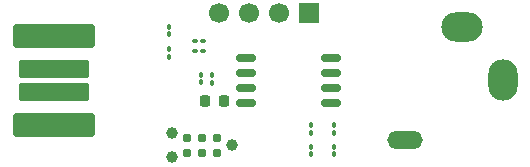
<source format=gbr>
%TF.GenerationSoftware,KiCad,Pcbnew,9.0.6*%
%TF.CreationDate,2025-12-12T19:26:19-08:00*%
%TF.ProjectId,iambic-controller-board,69616d62-6963-42d6-936f-6e74726f6c6c,1.0*%
%TF.SameCoordinates,Original*%
%TF.FileFunction,Soldermask,Top*%
%TF.FilePolarity,Negative*%
%FSLAX46Y46*%
G04 Gerber Fmt 4.6, Leading zero omitted, Abs format (unit mm)*
G04 Created by KiCad (PCBNEW 9.0.6) date 2025-12-12 19:26:19*
%MOMM*%
%LPD*%
G01*
G04 APERTURE LIST*
G04 Aperture macros list*
%AMRoundRect*
0 Rectangle with rounded corners*
0 $1 Rounding radius*
0 $2 $3 $4 $5 $6 $7 $8 $9 X,Y pos of 4 corners*
0 Add a 4 corners polygon primitive as box body*
4,1,4,$2,$3,$4,$5,$6,$7,$8,$9,$2,$3,0*
0 Add four circle primitives for the rounded corners*
1,1,$1+$1,$2,$3*
1,1,$1+$1,$4,$5*
1,1,$1+$1,$6,$7*
1,1,$1+$1,$8,$9*
0 Add four rect primitives between the rounded corners*
20,1,$1+$1,$2,$3,$4,$5,0*
20,1,$1+$1,$4,$5,$6,$7,0*
20,1,$1+$1,$6,$7,$8,$9,0*
20,1,$1+$1,$8,$9,$2,$3,0*%
G04 Aperture macros list end*
%ADD10RoundRect,0.225000X-0.225000X-0.250000X0.225000X-0.250000X0.225000X0.250000X-0.225000X0.250000X0*%
%ADD11RoundRect,0.162500X0.650000X0.162500X-0.650000X0.162500X-0.650000X-0.162500X0.650000X-0.162500X0*%
%ADD12RoundRect,0.100000X0.100000X-0.130000X0.100000X0.130000X-0.100000X0.130000X-0.100000X-0.130000X0*%
%ADD13RoundRect,0.100000X-0.100000X0.130000X-0.100000X-0.130000X0.100000X-0.130000X0.100000X0.130000X0*%
%ADD14RoundRect,0.100000X-0.130000X-0.100000X0.130000X-0.100000X0.130000X0.100000X-0.130000X0.100000X0*%
%ADD15O,3.500000X2.500000*%
%ADD16O,2.500000X3.500000*%
%ADD17O,3.000000X1.500000*%
%ADD18R,1.700000X1.700000*%
%ADD19C,1.700000*%
%ADD20C,0.787400*%
%ADD21C,0.990600*%
%ADD22RoundRect,0.300000X-3.200000X-0.700000X3.200000X-0.700000X3.200000X0.700000X-3.200000X0.700000X0*%
%ADD23RoundRect,0.225000X-2.775000X-0.525000X2.775000X-0.525000X2.775000X0.525000X-2.775000X0.525000X0*%
G04 APERTURE END LIST*
D10*
%TO.C,C5*%
X150350000Y-101750000D03*
X148800000Y-101750000D03*
%TD*%
D11*
%TO.C,U2*%
X152225000Y-101905000D03*
X152225000Y-100635000D03*
X152225000Y-99365000D03*
X152225000Y-98095000D03*
X159400000Y-98095000D03*
X159400000Y-99365000D03*
X159400000Y-100635000D03*
X159400000Y-101905000D03*
%TD*%
D12*
%TO.C,D4*%
X157700000Y-104445000D03*
X157700000Y-103805000D03*
%TD*%
D13*
%TO.C,R4*%
X157700000Y-106245000D03*
X157700000Y-105605000D03*
%TD*%
D14*
%TO.C,R3*%
X147930000Y-96650000D03*
X148570000Y-96650000D03*
%TD*%
D12*
%TO.C,D3*%
X145700000Y-97970000D03*
X145700000Y-97330000D03*
%TD*%
%TO.C,D5*%
X159700000Y-104445000D03*
X159700000Y-103805000D03*
%TD*%
D13*
%TO.C,R5*%
X159700000Y-105605000D03*
X159700000Y-106245000D03*
%TD*%
D14*
%TO.C,R2*%
X147930000Y-97475000D03*
X148570000Y-97475000D03*
%TD*%
D12*
%TO.C,R1*%
X149350000Y-100175000D03*
X149350000Y-99535000D03*
%TD*%
D15*
%TO.C,J2*%
X170500000Y-95500000D03*
D16*
X174000000Y-100000000D03*
D17*
X165700000Y-105000000D03*
%TD*%
D18*
%TO.C,J1*%
X157600000Y-94325000D03*
D19*
X155060000Y-94325000D03*
X152520000Y-94325000D03*
X149980000Y-94325000D03*
%TD*%
D12*
%TO.C,D2*%
X145700000Y-96070000D03*
X145700000Y-95430000D03*
%TD*%
%TO.C,D1*%
X148400000Y-100165000D03*
X148400000Y-99525000D03*
%TD*%
D20*
%TO.C,J3*%
X147255000Y-106110000D03*
X147255000Y-104840000D03*
X148525000Y-106110000D03*
X148525000Y-104840000D03*
X149795000Y-106110000D03*
X149795000Y-104840000D03*
D21*
X145985000Y-104459000D03*
X145985000Y-106491000D03*
X151065000Y-105475000D03*
%TD*%
D22*
%TO.C,U1*%
X135975000Y-96250000D03*
D23*
X135975000Y-99000000D03*
X135975000Y-101000000D03*
D22*
X135975000Y-103750000D03*
%TD*%
M02*

</source>
